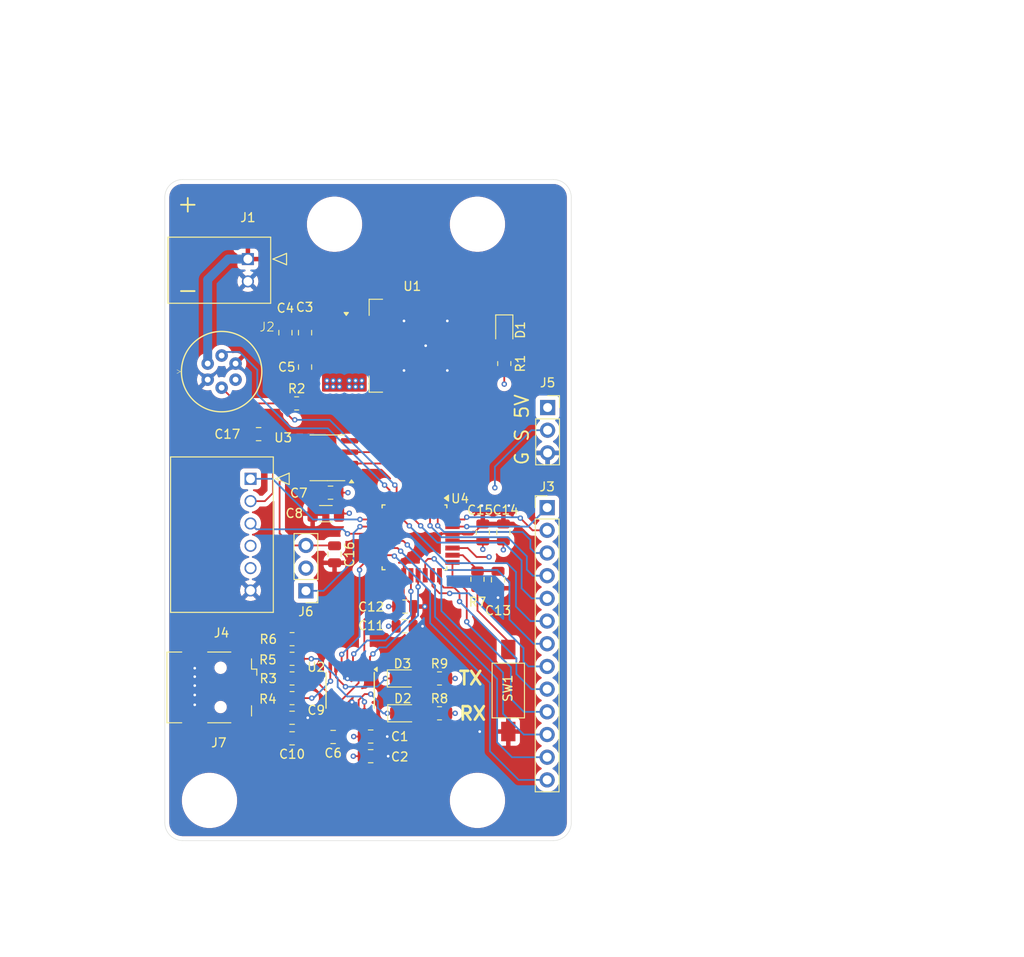
<source format=kicad_pcb>
(kicad_pcb (version 20240108) (generator "pcbnew") (generator_version "8.0")
  (layers (0 "F.Cu" signal) (1 "In1.Cu" signal) (2 "In2.Cu" signal) (31 "B.Cu" signal) (34 "B.Paste" user) (35 "F.Paste" user) (36 "B.SilkS" user "B.Silkscreen") (37 "F.SilkS" user "F.Silkscreen") (38 "B.Mask" user) (39 "F.Mask" user) (44 "Edge.Cuts" user))
  (net 0 "")
  (net 1 "GND")
  (net 2 "+5V")
  (net 3 "+12V")
  (net 4 "Net-(U2-3V3OUT)")
  (net 5 "Net-(U4-~{RESET}{slash}PF6)")
  (net 6 "Net-(D1-A)")
  (net 7 "RECV_1")
  (net 8 "SEND_1")
  (net 9 "PWM_B")
  (net 10 "AN_2")
  (net 11 "PWM_A")
  (net 12 "AN_1")
  (net 13 "Net-(J5-Pin_2)")
  (net 14 "Net-(U2-USBDM)")
  (net 15 "Net-(U2-USBDP)")
  (net 16 "Net-(U2-CBUS0)")
  (net 17 "Net-(R7-Pad1)")
  (net 18 "TXD")
  (net 19 "~{RTS}")
  (net 20 "Net-(D2-A)")
  (net 21 "~{CTS}")
  (net 22 "Net-(D2-K)")
  (net 23 "RXD")
  (net 25 "MOSI")
  (net 26 "~{SS}")
  (net 27 "SCK")
  (net 28 "MISO")
  (net 29 "Net-(J4-Pin_5)")
  (net 30 "SHORT_A")
  (net 31 "Net-(J7-D+)")
  (net 32 "Net-(J7-D-)")
  (net 34 "Net-(J7-VBUS)")
  (net 35 "C10")
  (net 36 "C5")
  (net 37 "C6")
  (net 38 "C13")
  (net 39 "C3")
  (net 40 "C1")
  (net 41 "C7")
  (net 42 "C4")
  (net 43 "C11")
  (net 44 "C2")
  (net 45 "C9")
  (net 46 "C12")
  (net 47 "C8")
  (net 48 "Net-(D3-A)")
  (net 49 "Net-(D3-K)")
  (footprint "LED_SMD:LED_0805_2012Metric" (layer "F.Cu") (at 52 54.3375 -90)
    (property "Reference" "D1")
    (property "Value" "LED")
  )
  (footprint "Capacitor_SMD:C_0805_2012Metric" (layer "F.Cu") (at 37.046 102.05)
    (property "Reference" "C2")
    (property "Value" "4.7u")
  )
  (footprint "Capacitor_SMD:C_1206_3216Metric" (layer "F.Cu") (at 32.025 74.9 180)
    (property "Reference" "C8")
    (property "Value" "10u TANTALUM")
  )
  (footprint "LED_SMD:LED_0805_2012Metric" (layer "F.Cu") (at 40.64 97.245)
    (property "Reference" "D2")
    (property "Value" "RXLED")
  )
  (footprint "Connector_PinHeader_2.54mm:PinHeader_1x13_P2.54mm_Vertical" (layer "F.Cu") (at 56.8 74.225)
    (property "Reference" "J3")
    (property "Value" "Conn_01x13")
  )
  (footprint "Package_TO_SOT_SMD:TO-263-3_TabPin2" (layer "F.Cu") (at 41.7 56.1)
    (property "Reference" "U1")
    (property "Value" "LM340SX-5.0")
  )
  (footprint "Capacitor_SMD:C_0805_2012Metric" (layer "F.Cu") (at 33 79.45 -90)
    (property "Reference" "C16")
    (property "Value" "0.1u")
  )
  (footprint "Library:HR10A-7R-6SB(73)" (layer "F.Cu") (at 20.36 59 90)
    (property "Reference" "J2")
    (property "Value" "HR10A-7R-6SB(73)")
  )
  (footprint "Capacitor_SMD:C_0805_2012Metric" (layer "F.Cu") (at 32.846 99.9 180)
    (property "Reference" "C6")
    (property "Value" "0.1u")
  )
  (footprint "Capacitor_SMD:C_0805_2012Metric" (layer "F.Cu") (at 29.7 58.49 90)
    (property "Reference" "C5")
    (property "Value" "0.1u")
  )
  (footprint "Connector_PinHeader_2.54mm:PinHeader_1x03_P2.54mm_Vertical" (layer "F.Cu") (at 29.796 83.54 180)
    (property "Reference" "J6")
    (property "Value" "Conn_01x03")
  )
  (footprint "MountingHole:MountingHole_3.2mm_M3" (layer "F.Cu") (at 49 42.5)
    (property "Reference" "H1" (hide yes))
    (property "Value" "MountingHole")
  )
  (footprint "Connector_PinSocket_2.54mm:PinSocket_1x03_P2.54mm_Vertical" (layer "F.Cu") (at 56.85 63.02)
    (property "Reference" "J5")
    (property "Value" "Conn_01x03")
  )
  (footprint "MountingHole:MountingHole_3.2mm_M3" (layer "F.Cu") (at 33 42.5)
    (property "Reference" "H2" (hide yes))
    (property "Value" "MountingHole")
  )
  (footprint "Library:CON_534260610_MOL" (layer "F.Cu") (at 23.596 71 -90)
    (property "Reference" "J4")
    (property "Value" "MOLEX")
  )
  (footprint "Resistor_SMD:R_0805_2012Metric" (layer "F.Cu") (at 28.246 91.15)
    (property "Reference" "R5")
    (property "Value" "4.7k")
  )
  (footprint "Resistor_SMD:R_0805_2012Metric" (layer "F.Cu") (at 44.75 93.35 180)
    (property "Reference" "R9")
    (property "Value" "270")
  )
  (footprint "Resistor_SMD:R_0805_2012Metric" (layer "F.Cu") (at 52 58.1 90)
    (property "Reference" "R1")
    (property "Value" "1k")
  )
  (footprint "Library:CON_534260210_MOL" (layer "F.Cu") (at 23.3 46.4 -90)
    (property "Reference" "J1")
    (property "Value" "VIN")
  )
  (footprint "Button_Switch_SMD:SW_SPST_FSMSM" (layer "F.Cu") (at 52.45 94.7 90)
    (property "Reference" "SW1")
    (property "Value" "SW_Push")
  )
  (footprint "Resistor_SMD:R_0805_2012Metric" (layer "F.Cu") (at 28.246 93.35)
    (property "Reference" "R3")
    (property "Value" "27")
  )
  (footprint "Capacitor_SMD:C_0805_2012Metric" (layer "F.Cu") (at 51.3 82.3 -90)
    (property "Reference" "C13")
    (property "Value" "0.1u")
  )
  (footprint "Capacitor_SMD:C_0805_2012Metric" (layer "F.Cu") (at 37.046 99.85)
    (property "Reference" "C1")
    (property "Value" "0.1u")
  )
  (footprint "Capacitor_SMD:C_0805_2012Metric" (layer "F.Cu") (at 29.7 54.64 -90)
    (property "Reference" "C3")
    (property "Value" "4.7u")
  )
  (footprint "Package_SO:SSOP-16_3.9x4.9mm_P0.635mm" (layer "F.Cu") (at 34.746 94.6775 -90)
    (property "Reference" "U2")
    (property "Value" "FT230XS")
  )
  (footprint "Capacitor_SMD:C_0805_2012Metric" (layer "F.Cu") (at 32.55 72.55 180)
    (property "Reference" "C7")
    (property "Value" "0.1u")
  )
  (footprint "Capacitor_SMD:C_0805_2012Metric" (layer "F.Cu") (at 40.9 85.3)
    (property "Reference" "C12")
    (property "Value" "0.1u")
  )
  (footprint "Package_QFP:TQFP-32_7x7mm_P0.8mm" (layer "F.Cu") (at 41.95 77.55 -90)
    (property "Reference" "U4")
    (property "Value" "AVR64DA32x-xPT")
  )
  (footprint "LED_SMD:LED_0805_2012Metric" (layer "F.Cu") (at 40.6 93.35)
    (property "Reference" "D3")
    (property "Value" "TXLED")
  )
  (footprint "Capacitor_SMD:C_0805_2012Metric" (layer "F.Cu") (at 28.246 97.75)
    (property "Reference" "C9")
    (property "Value" "47p")
  )
  (footprint "MountingHole:MountingHole_3.2mm_M3" (layer "F.Cu") (at 19 107)
    (property "Reference" "H4" (hide yes))
    (property "Value" "MountingHole")
  )
  (footprint "Capacitor_SMD:C_0805_2012Metric" (layer "F.Cu") (at 49.6 77 90)
    (property "Reference" "C15")
    (property "Value" "0.1u")
  )
  (footprint "Resistor_SMD:R_0805_2012Metric" (layer "F.Cu") (at 28.76 62.56)
    (property "Reference" "R2")
    (property "Value" "4.7k")
  )
  (footprint "Resistor_SMD:R_0805_2012Metric" (layer "F.Cu") (at 28.246 88.95 180)
    (property "Reference" "R6")
    (property "Value" "10k")
  )
  (footprint "Capacitor_SMD:C_0805_2012Metric" (layer "F.Cu") (at 40.85 87.5)
    (property "Reference" "C11")
    (property "Value" "1u")
  )
  (footprint "Capacitor_SMD:C_0805_2012Metric" (layer "F.Cu") (at 28.246 100.05)
    (property "Reference" "C10")
    (property "Value" "47p")
  )
  (footprint "Capacitor_SMD:C_0805_2012Metric" (layer "F.Cu") (at 24.5 66 180)
    (property "Reference" "C17")
    (property "Value" "0.1u")
  )
  (footprint "Package_SO:SOIC-8_3.9x4.9mm_P1.27mm" (layer "F.Cu") (at 32.2 68.65 180)
    (property "Reference" "U3")
    (property "Value" "MCP4822")
  )
  (footprint "Connector_USB:USB_Mini-B_Wuerth_65100516121_Horizontal" (layer "F.Cu") (at 20.246 94.35 -90)
    (property "Reference" "J7")
    (property "Value" "USB_B_Mini")
  )
  (footprint "Resistor_SMD:R_0805_2012Metric" (layer "F.Cu") (at 28.246 95.55)
    (property "Reference" "R4")
    (property "Value" "27")
  )
  (footprint "MountingHole:MountingHole_3.2mm_M3" (layer "F.Cu") (at 49 107)
    (property "Reference" "H3" (hide yes))
    (property "Value" "MountingHole")
  )
  (footprint "Resistor_SMD:R_0805_2012Metric" (layer "F.Cu") (at 49 82.25 90)
    (property "Reference" "R7")
    (property "Value" "330")
  )
  (footprint "Resistor_SMD:R_0805_2012Metric" (layer "F.Cu") (at 44.75 97.25 180)
    (property "Reference" "R8")
    (property "Value" "270")
  )
  (footprint "Capacitor_SMD:C_0805_2012Metric" (layer "F.Cu") (at 27.5 54.64 -90)
    (property "Reference" "C4")
    (property "Value" "0.22u")
  )
  (footprint "Capacitor_SMD:C_0805_2012Metric" (layer "F.Cu") (at 51.9 77 90)
    (property "Reference" "C14")
    (property "Value" "1u")
  )
  (gr_line (start 16 37.5) (end 57.5 37.5) (stroke (width 0.05)) (layer "Edge.Cuts"))
  (gr_line (start 57.5 111.5) (end 16 111.5) (stroke (width 0.05)) (layer "Edge.Cuts"))
  (gr_arc (start 16 111.5) (mid 14.585786 110.914214) (end 14 109.5) (stroke (width 0.05)) (layer "Edge.Cuts"))
  (gr_line (start 14 109.5) (end 14 39.5) (stroke (width 0.05)) (layer "Edge.Cuts"))
  (gr_arc (start 14 39.5) (mid 14.585786 38.085786) (end 16 37.5) (stroke (width 0.05)) (layer "Edge.Cuts"))
  (gr_line (start 59.5 39.5) (end 59.5 109.5) (stroke (width 0.05)) (layer "Edge.Cuts"))
  (gr_arc (start 59.5 109.5) (mid 58.914214 110.914214) (end 57.5 111.5) (stroke (width 0.05)) (layer "Edge.Cuts"))
  (gr_arc (start 57.5 37.5) (mid 58.914214 38.085786) (end 59.5 39.5) (stroke (width 0.05)) (layer "Edge.Cuts"))
  (gr_text "G S 5V" (at 54.85 69.6 90) (layer "F.SilkS") (effects (font (size 1.5 1.5) (thickness 0.2) (bold yes)) (justify left bottom)))
  (gr_text "+\n\n\n-" (at 15.2 51 0) (layer "F.SilkS") (effects (font (size 2 2) (thickness 0.2)) (justify left bottom)))
  (gr_text "TX" (at 46.75 94.2 0) (layer "F.SilkS") (effects (font (size 1.5 1.5) (thickness 0.3) (bold yes)) (justify left bottom)))
  (gr_text "RX\n" (at 46.8 98.15 0) (layer "F.SilkS") (effects (font (size 1.5 1.5) (thickness 0.3) (bold yes)) (justify left bottom)))
  (segment (start 41.8 87.5) (end 42.85 87.5) (width 0.2) (layer "F.Cu") (net 1))
  (segment (start 41.85 85.3) (end 43.1 85.3) (width 0.2) (layer "F.Cu") (net 1))
  (segment (start 36.346 98.2) (end 36.696 98.55) (width 0.2) (layer "F.Cu") (net 1))
  (segment (start 29.196 97.75) (end 30 97.75) (width 0.2) (layer "F.Cu") (net 1))
  (segment (start 40.75 80.75) (end 44.35 77.15) (width 0.2) (layer "F.Cu") (net 1))
  (segment (start 35.0635 97.2775) (end 35.0635 98.0775) (width 0.2) (layer "F.Cu") (net 1))
  (segment (start 40.75 81.8) (end 40.75 80.75) (width 0.2) (layer "F.Cu") (net 1))
  (segment (start 40.75 81.8) (end 40.75 84.2) (width 0.2) (layer "F.Cu") (net 1))
  (segment (start 52.5 74) (end 51.9 74.6) (width 0.2) (layer "F.Cu") (net 1))
  (segment (start 37.996 99.85) (end 38.9 99.85) (width 0.2) (layer "F.Cu") (net 1))
  (segment (start 34.4285 92.0775) (end 34.4285 89.6785) (width 0.2) (layer "F.Cu") (net 1))
  (segment (start 49.6 76.05) (end 48.5 77.15) (width 0.2) (layer "F.Cu") (net 1))
  (segment (start 49.26 99.29) (end 49.25 99.3) (width 0.2) (layer "F.Cu") (net 1))
  (segment (start 35.0635 96.1325) (end 35.0635 96.1135) (width 0.2) (layer "F.Cu") (net 1))
  (segment (start 35.0635 98.0775) (end 35.186 98.2) (width 0.2) (layer "F.Cu") (net 1))
  (segment (start 44.35 77.15) (end 46.2 77.15) (width 0.2) (layer "F.Cu") (net 1))
  (segment (start 35.0635 96.1135) (end 34.95 96) (width 0.2) (layer "F.Cu") (net 1))
  (segment (start 37.996 102.05) (end 39 102.05) (width 0.2) (layer "F.Cu") (net 1))
  (segment (start 49.6 74.1) (end 49.5 74) (width 0.2) (layer "F.Cu") (net 1))
  (segment (start 34.4285 92.0775) (end 34.4285 93.3285) (width 0.2) (layer "F.Cu") (net 1))
  (segment (start 49.6 76.05) (end 49.6 74.1) (width 0.2) (layer "F.Cu") (net 1))
  (segment (start 35.186 98.2) (end 36.346 98.2) (width 0.2) (layer "F.Cu") (net 1))
  (segment (start 51.9 74.6) (end 51.9 76.05) (width 0.2) (layer "F.Cu") (net 1))
  (segment (start 40.75 84.2) (end 41.85 85.3) (width 0.2) (layer "F.Cu") (net 1))
  (segment (start 35.0635 97.2775) (end 35.0635 96.1325) (width 0.2) (layer "F.Cu") (net 1))
  (segment (start 34.4285 93.3285) (end 34.45 93.35) (width 0.2) (layer "F.Cu") (net 1))
  (segment (start 52.45 99.29) (end 49.26 99.29) (width 0.2) (layer "F.Cu") (net 1))
  (segment (start 35.0635 96.1325) (end 35.0685 96.1275) (width 0.2) (layer "F.Cu") (net 1))
  (segment (start 48.5 77.15) (end 46.2 77.15) (width 0.2) (layer "F.Cu") (net 1))
  (segment (start 51.3 83.25) (end 51.3 84.3) (width 0.2) (layer "F.Cu") (net 1))
  (via (at 40.775 53.325) (size 0.6) (drill 0.3) (layers "F.Cu" "B.Cu") (net 1))
  (via (at 45.625 58.875) (size 0.6) (drill 0.3) (layers "F.Cu" "B.Cu") (net 1))
  (via (at 34.95 96) (size 0.6) (drill 0.3) (layers "F.Cu" "B.Cu") (net 1))
  (via (at 34.45 93.35) (size 0.6) (drill 0.3) (layers "F.Cu" "B.Cu") (net 1))
  (via (at 17.35 94.15) (size 0.6) (drill 0.3) (layers "F.Cu" "B.Cu") (net 1))
  (via (at 49.5 74) (size 0.6) (drill 0.3) (layers "F.Cu" "B.Cu") (net 1))
  (via (at 17.35 95.2) (size 0.6) (drill 0.3) (layers "F.Cu" "B.Cu") (net 1))
  (via (at 51.3 84.3) (size 0.6) (drill 0.3) (layers "F.Cu" "B.Cu") (net 1))
  (via (at 17.35 92.2) (size 0.6) (drill 0.3) (layers "F.Cu" "B.Cu") (net 1))
  (via (at 30 97.75) (size 0.6) (drill 0.3) (layers "F.Cu" "B.Cu") (net 1))
  (via (at 42.85 87.5) (size 0.6) (drill 0.3) (layers "F.Cu" "B.Cu") (net 1))
  (via (at 49.25 99.3) (size 0.6) (drill 0.3) (layers "F.Cu" "B.Cu") (net 1))
  (via (at 39 102.05) (size 0.6) (drill 0.3) (layers "F.Cu" "B.Cu") (net 1))
  (via (at 38.9 99.85) (size 0.6) (drill 0.3) (layers "F.Cu" "B.Cu") (net 1))
  (via (at 17.35 96.3) (size 0.6) (drill 0.3) (layers "F.Cu" "B.Cu") (net 1))
  (via (at 43.2 56.1) (size 0.6) (drill 0.3) (layers "F.Cu" "B.Cu") (net 1))
  (via (at 17.35 93.15) (size 0.6) (drill 0.3) (layers "F.Cu" "B.Cu") (net 1))
  (via (at 40.775 58.875) (size 0.6) (drill 0.3) (layers "F.Cu" "B.Cu") (net 1))
  (via (at 45.625 53.325) (size 0.6) (drill 0.3) (layers "F.Cu" "B.Cu") (net 1))
  (via (at 52.5 74) (size 0.6) (drill 0.3) (layers "F.Cu" "B.Cu") (net 1))
  (via (at 43.1 85.3) (size 0.6) (drill 0.3) (layers "F.Cu" "B.Cu") (net 1))
  (segment (start 31.6 58.79) (end 30.95 59.44) (width 0.8) (layer "F.Cu") (net 2))
  (segment (start 33.5 72.55) (end 34.5 72.55) (width 0.2) (layer "F.Cu") (net 2))
  (segment (start 33.5 74.9) (end 33.5 72.55) (width 0.2) (layer "F.Cu") (net 2))
  (segment (start 51.9 77.95) (end 51.9 78.95) (width 0.2) (layer "F.Cu") (net 2))
  (segment (start 39.9 87.5) (end 39.9 85.35) (width 0.2) (layer "F.Cu") (net 2))
  (segment (start 47.2 77.95) (end 46.2 77.95) (width 0.2) (layer "F.Cu") (net 2))
  (segment (start 46.8 77.95) (end 47.2 77.95) (width 0.2) (layer "F.Cu") (net 2))
  (segment (start 33.5 70.9) (end 33.5 72.55) (width 0.2) (layer "F.Cu") (net 2))
  (segment (start 39.9 85.35) (end 39.95 85.3) (width 0.2) (layer "F.Cu") (net 2))
  (segment (start 36.096 102.05) (end 36.096 99.85) (width 0.2) (layer "F.Cu") (net 2))
  (segment (start 47.2 77.95) (end 49.6 77.95) (width 0.2) (layer "F.Cu") (net 2))
  (segment (start 34.4285 98.0325) (end 34.4285 97.2775) (width 0.2) (layer "F.Cu") (net 2))
  (segment (start 36.096 99) (end 35.696 98.6) (width 0.2) (layer "F.Cu") (net 2))
  (segment (start 39.95 85.3) (end 39.95 81.8) (width 0.2) (layer "F.Cu") (net 2))
  (segment (start 35.1435 99.85) (end 36.096 99.85) (width 0.2) (layer "F.Cu") (net 2))
  (segment (start 49.6 77.95) (end 49.6 78.9) (width 0.2) (layer "F.Cu") (net 2))
  (segment (start 39.9 87.5) (end 39.05 87.5) (width 0.2) (layer "F.Cu") (net 2))
  (segment (start 33.5 74.9) (end 34.6 74.9) (width 0.2) (layer "F.Cu") (net 2))
  (segment (start 49.6 77.95) (end 51.9 77.95) (width 0.2) (layer "F.Cu") (net 2))
  (segment (start 39.05 85.3) (end 39.95 85.3) (width 0.2) (layer "F.Cu") (net 2))
  (segment (start 34.05 74.9) (end 34.1 74.85) (width 0.2) (layer "F.Cu") (net 2))
  (segment (start 33.845 70.555) (end 33.5 70.9) (width 0.2) (layer "F.Cu") (net 2))
  (segment (start 45.6625 93.35) (end 46.5 93.35) (width 0.2) (layer "F.Cu") (net 2))
  (segment (start 30.95 59.44) (end 29.7 59.44) (width 0.8) (layer "F.Cu") (net 2))
  (segment (start 36.096 99.85) (end 36.096 99) (width 0.2) (layer "F.Cu") (net 2))
  (segment (start 52 59.0125) (end 52 60.4) (width 0.2) (layer "F.Cu") (net 2))
  (segment (start 34.1 58.79) (end 31.6 58.79) (width 0.8) (layer "F.Cu") (net 2))
  (segment (start 34.996 98.6) (end 34.4285 98.0325) (width 0.2) (layer "F.Cu") (net 2))
  (segment (start 35.696 98.6) (end 34.996 98.6) (width 0.2) (layer "F.Cu") (net 2))
  (segment (start 36.096 102.05) (end 35.1 102.05) (width 0.2) (layer "F.Cu") (net 2))
  (segment (start 45.6625 97.25) (end 46.5 97.25) (width 0.2) (layer "F.Cu") (net 2))
  (via (at 46.5 93.35) (size 0.6) (drill 0.3) (layers "F.Cu" "B.Cu") (net 2))
  (via (at 39.05 85.3) (size 0.6) (drill 0.3) (layers "F.Cu" "B.Cu") (net 2))
  (via (at 51.9 78.95) (size 0.6) (drill 0.3) (layers "F.Cu" "B.Cu") (net 2))
  (via (at 32.85 60.7) (size 0.6) (drill 0.3) (layers "F.Cu" "B.Cu") (net 2))
  (via (at 32.15 60) (size 0.6) (drill 0.3) (layers "F.Cu" "B.Cu") (net 2))
  (via (at 34.65 74.85) (size 0.6) (drill 0.3) (layers "F.Cu" "B.Cu") (net 2))
  (via (at 49.6 78.9) (size 0.6) (drill 0.3) (layers "F.Cu" "B.Cu") (net 2))
  (via (at 32.85 60) (size 0.6) (drill 0.3) (layers "F.Cu" "B.Cu") (net 2))
  (via (at 34.65 60) (size 0.6) (drill 0.3) (layers "F.Cu" "B.Cu") (net 2))
  (via (at 52 60.4) (size 0.6) (drill 0.3) (layers "F.Cu" "B.Cu") (net 2))
  (via (at 34.65 60.7) (size 0.6) (drill 0.3) (layers "F.Cu" "B.Cu") (net 2))
  (via (at 33.55 60) (size 0.6) (drill 0.3) (layers "F.Cu" "B.Cu") (net 2))
  (via (at 36.05 60) (size 0.6) (drill 0.3) (layers "F.Cu" "B.Cu") (net 2))
  (via (at 36.05 60.7) (size 0.6) (drill 0.3) (layers "F.Cu" "B.Cu") (net 2))
  (via (at 33.55 60.7) (size 0.6) (drill 0.3) (layers "F.Cu" "B.Cu") (net 2))
  (via (at 39.05 87.5) (size 0.6) (drill 0.3) (layers "F.Cu" "B.Cu") (net 2))
  (via (at 35.35 60) (size 0.6) (drill 0.3) (layers "F.Cu" "B.Cu") (net 2))
  (via (at 35.35 60.7) (size 0.6) (drill 0.3) (layers "F.Cu" "B.Cu") (net 2))
  (via (at 32.15 60.7) (size 0.6) (drill 0.3) (layers "F.Cu" "B.Cu") (net 2))
  (via (at 35.1435 99.85) (size 0.6) (drill 0.3) (layers "F.Cu" "B.Cu") (net 2))
  (via (at 46.5 97.25) (size 0.6) (drill 0.3) (layers "F.Cu" "B.Cu") (net 2))
  (via (at 34.5 72.55) (size 0.6) (drill 0.3) (layers "F.Cu" "B.Cu") (net 2))
  (via (at 35.1 102.05) (size 0.6) (drill 0.3) (layers "F.Cu" "B.Cu") (net 2))
  (segment (start 21.1 46.4) (end 23.3 46.4) (width 1) (layer "B.Cu") (net 3))
  (segment (start 18.8 48.7) (end 21.1 46.4) (width 1) (layer "B.Cu") (net 3))
  (segment (start 18.8 58.1) (end 18.8 48.7) (width 1) (layer "B.Cu") (net 3))
  (segment (start 35.6985 92.0775) (end 35.6985 93.8515) (width 0.2) (layer "F.Cu") (net 4))
  (segment (start 33.7935 95.7565) (end 33.7935 97.2775) (width 0.2) (layer "F.Cu") (net 4))
  (segment (start 35.6985 93.8515) (end 33.7935 95.7565) (width 0.2) (layer "F.Cu") (net 4))
  (segment (start 33.796 97.28) (end 33.7935 97.2775) (width 0.2) (layer "F.Cu") (net 4))
  (segment (start 33.796 99.9) (end 33.796 97.28) (width 0.2) (layer "F.Cu") (net 4))
  (segment (start 51.2875 81.3375) (end 51.3 81.35) (width 0.2) (layer "F.Cu") (net 5))
  (segment (start 47.35 79.55) (end 49 81.2) (width 0.2) (layer "F.Cu") (net 5))
  (segment (start 49 81.2) (end 49 81.3375) (width 0.2) (layer "F.Cu") (net 5))
  (segment (start 46.2 79.55) (end 47.35 79.55) (width 0.2) (layer "F.Cu") (net 5))
  (segment (start 49 81.3375) (end 51.2875 81.3375) (width 0.2) (layer "F.Cu") (net 5))
  (segment (start 52 57.1875) (end 52 55.275) (width 0.2) (layer "F.Cu") (net 6))
  (segment (start 27.8525 63.9025) (end 27.8475 63.9025) (width 0.2) (layer "F.Cu") (net 7))
  (segment (start 39.95 73.3) (end 39.95 71.9) (width 0.2) (layer "F.Cu") (net 7))
  (segment (start 27.8475 62.56) (end 22.12 62.56) (width 0.2) (layer "F.Cu") (net 7))
  (segment (start 39.95 71.9) (end 39.75 71.7) (width 0.2) (layer "F.Cu") (net 7))
  (segment (start 22.12 62.56) (end 20.36 60.8) (width 0.2) (layer "F.Cu") (net 7))
  (segment (start 27.8475 63.9025) (end 27.8475 62.56) (width 0.2) (layer "F.Cu") (net 7))
  (segment (start 28.55 64.4) (end 28.35 64.4) (width 0.2) (layer "F.Cu") (net 7))
  (segment (start 28.35 64.4) (end 27.8525 63.9025) (width 0.2) (layer "F.Cu") (net 7))
  (via (at 39.75 71.7) (size 0.6) (drill 0.3) (layers "F.Cu" "B.Cu") (net 7))
  (via (at 28.55 64.4) (size 0.6) (drill 0.3) (layers "F.Cu" "B.Cu") (net 7))
  (segment (start 28.55 64.4) (end 32.45 64.4) (width 0.2) (layer "B.Cu") (net 7))
  (segment (start 32.45 64.4) (end 39.75 71.7) (width 0.2) (layer "B.Cu") (net 7))
  (segment (start 39.15 73.3) (end 39.15 72.25) (width 0.2) (layer "F.Cu") (net 8))
  (segment (start 39.15 72.25) (end 38.6 71.7) (width 0.2) (layer "F.Cu") (net 8))
  (via (at 38.6 71.7) (size 0.6) (drill 0.3) (layers "F.Cu" "B.Cu") (net 8))
  (segment (start 32.25 65.35) (end 28.15 65.35) (width 0.2) (layer "B.Cu") (net 8))
  (segment (start 22.35 56.8) (end 20.76 56.8) (width 0.2) (layer "B.Cu") (net 8))
  (segment (start 24.35 61.55) (end 24.35 58.8) (width 0.2) (layer "B.Cu") (net 8))
  (segment (start 28.15 65.35) (end 24.35 61.55) (width 0.2) (layer "B.Cu") (net 8))
  (segment (start 24.35 58.8) (end 22.35 56.8) (width 0.2) (layer "B.Cu") (net 8))
  (segment (start 20.76 56.8) (end 20.36 57.2) (width 0.2) (layer "B.Cu") (net 8))
  (segment (start 38.6 71.7) (end 32.25 65.35) (width 0.2) (layer "B.Cu") (net 8))
  (segment (start 37.7 76.35) (end 35.85 76.35) (width 0.2) (layer "F.Cu") (net 9))
  (via (at 35.85 76.35) (size 0.6) (drill 0.3) (layers "F.Cu" "B.Cu") (net 9))
  (segment (start 29.796 83.54) (end 31.76 83.54) (width 0.2) (layer "B.Cu") (net 9))
  (segment (start 35.125 80.175) (end 35.125 77.075) (width 0.2) (layer "B.Cu") (net 9))
  (segment (start 31.76 83.54) (end 35.125 80.175) (width 0.2) (layer "B.Cu") (net 9))
  (segment (start 35.125 77.075) (end 35.85 76.35) (width 0.2) (layer "B.Cu") (net 9))
  (segment (start 27.5 68.015) (end 27.385 68.015) (width 0.2) (layer "F.Cu") (net 10))
  (segment (start 27.485 68) (end 26 68) (width 0.2) (layer "F.Cu") (net 10))
  (segment (start 26.1 69.3) (end 26.1 72.6) (width 0.2) (layer "F.Cu") (net 10))
  (segment (start 25.2 73.5) (end 23.596 73.5) (width 0.2) (layer "F.Cu") (net 10))
  (segment (start 26.1 72.6) (end 25.2 73.5) (width 0.2) (layer "F.Cu") (net 10))
  (segment (start 26 68) (end 25.45 67.45) (width 0.2) (layer "F.Cu") (net 10))
  (segment (start 27.5 68.015) (end 27.485 68) (width 0.2) (layer "F.Cu") (net 10))
  (segment (start 25.45 67.45) (end 25.45 66) (width 0.2) (layer "F.Cu") (net 10))
  (segment (start 29.175 68.015) (end 27.5 68.015) (width 0.2) (layer "F.Cu") (net 10))
  (segment (start 27.385 68.015) (end 26.1 69.3) (width 0.2) (layer "F.Cu") (net 10))
  (segment (start 37.7 75.55) (end 35.85 75.55) (width 0.2) (layer "F.Cu") (net 11))
  (via (at 35.85 75.55) (size 0.6) (drill 0.3) (layers "F.Cu" "B.Cu") (net 11))
  (segment (start 26.05 71) (end 23.596 71) (width 0.2) (layer "B.Cu") (net 11))
  (segment (start 30.6 75.55) (end 26.05 71) (width 0.2) (layer "B.Cu") (net 11))
  (segment (start 35.85 75.55) (end 30.6 75.55) (width 0.2) (layer "B.Cu") (net 11))
  (segment (start 32.46 78.46) (end 29.796 78.46) (width 0.2) (layer "F.Cu") (net 12))
  (segment (start 26.85 71.35) (end 26.85 77.1) (width 0.2) (layer "F.Cu") (net 12))
  (segment (start 28.21 78.46) (end 29.796 78.46) (width 0.2) (layer "F.Cu") (net 12))
  (segment (start 26.85 77.1) (end 28.21 78.46) (width 0.2) (layer "F.Cu") (net 12))
  (segment (start 32.5 78.5) (end 32.46 78.46) (width 0.2) (layer "F.Cu") (net 12))
  (segment (start 27.645 70.555) (end 26.85 71.35) (width 0.2) (layer "F.Cu") (net 12))
  (segment (start 29.175 70.555) (end 27.645 70.555) (width 0.2) (layer "F.Cu") (net 12))
  (segment (start 33 78.5) (end 32.5 78.5) (width 0.2) (layer "F.Cu") (net 12))
  (segment (start 48.9 79.75) (end 47.9 78.75) (width 0.2) (layer "F.Cu") (net 13))
  (segment (start 50.3 79.75) (end 48.9 79.75) (width 0.2) (layer "F.Cu") (net 13))
  (segment (start 47.9 78.75) (end 46.2 78.75) (width 0.2) (layer "F.Cu") (net 13))
  (via (at 50.95 72) (size 0.6) (drill 0.3) (layers "F.Cu" "B.Cu") (net 13))
  (via (at 50.3 79.75) (size 0.6) (drill 0.3) (layers "F.Cu" "B.Cu") (net 13))
  (segment (start 50.95 69.65) (end 55.04 65.56) (width 0.2) (layer "B.Cu") (net 13))
  (segment (start 55.04 65.56) (end 56.85 65.56) (width 0.2) (layer "B.Cu") (net 13))
  (segment (start 50.95 72) (end 50.95 69.65) (width 0.2) (layer "B.Cu") (net 13))
  (segment (start 32.5235 95.2235) (end 30.65 93.35) (width 0.2) (layer "F.Cu") (net 14))
  (segment (start 32.5235 97.2775) (end 32.5235 95.2235) (width 0.2) (layer "F.Cu") (net 14))
  (segment (start 30.65 93.35) (end 29.1585 93.35) (width 0.2) (layer "F.Cu") (net 14))
  (segment (start 30.45 95.55) (end 29.1585 95.55) (width 0.2) (layer "F.Cu") (net 15))
  (segment (start 32.5235 93.6235) (end 32.55 93.65) (width 0.2) (layer "F.Cu") (net 15))
  (segment (start 32.5235 92.0775) (end 32.5235 93.6235) (width 0.2) (layer "F.Cu") (net 15))
  (via (at 32.55 93.65) (size 0.6) (drill 0.3) (layers "F.Cu" "B.Cu") (net 15))
  (via (at 30.45 95.55) (size 0.6) (drill 0.3) (layers "F.Cu" "B.Cu") (net 15))
  (segment (start 32.55 93.65) (end 30.65 95.55) (width 0.2) (layer "B.Cu") (net 15))
  (segment (start 30.65 95.55) (end 30.45 95.55) (width 0.2) (layer "B.Cu") (net 15))
  (segment (start 36.346 95.975) (end 36.346 97.265) (width 0.2) (layer "F.Cu") (net 16))
  (segment (start 36.346 97.265) (end 36.3335 97.2775) (width 0.2) (layer "F.Cu") (net 16))
  (segment (start 29.1585 91.15) (end 29.1585 88.95) (width 0.2) (layer "F.Cu") (net 16))
  (segment (start 29.1585 91.15) (end 30.396 91.15) (width 0.2) (layer "F.Cu") (net 16))
  (via (at 30.396 91.15) (size 0.6) (drill 0.3) (layers "F.Cu" "B.Cu") (net 16))
  (via (at 36.346 95.975) (size 0.6) (drill 0.3) (layers "F.Cu" "B.Cu") (net 16))
  (segment (start 31.196 91.15) (end 33.35 93.304) (width 0.2) (layer "B.Cu") (net 16))
  (segment (start 35.9085 95.3625) (end 36.346 95.8) (width 0.2) (layer "B.Cu") (net 16))
  (segment (start 30.396 91.15) (end 31.196 91.15) (width 0.2) (layer "B.Cu") (net 16))
  (segment (start 34.4125 95.3625) (end 35.9085 95.3625) (width 0.2) (layer "B.Cu") (net 16))
  (segment (start 33.35 94.3) (end 34.4125 95.3625) (width 0.2) (layer "B.Cu") (net 16))
  (segment (start 33.35 93.304) (end 33.35 94.3) (width 0.2) (layer "B.Cu") (net 16))
  (segment (start 36.346 95.8) (end 36.346 95.975) (width 0.2) (layer "B.Cu") (net 16))
  (segment (start 52.45 89.2) (end 49 85.75) (width 0.2) (layer "F.Cu") (net 17))
  (segment (start 52.45 90.11) (end 52.45 89.2) (width 0.2) (layer "F.Cu") (net 17))
  (segment (start 49 83.1625) (end 49 85.75) (width 0.2) (layer "F.Cu") (net 17))
  (segment (start 36.9685 90.9315) (end 36.9685 92.0775) (width 0.2) (layer "F.Cu") (net 18))
  (segment (start 37.3 90.6) (end 36.9685 90.9315) (width 0.2) (layer "F.Cu") (net 18))
  (segment (start 42.35 83.1) (end 42.35 81.8) (width 0.2) (layer "F.Cu") (net 18))
  (via (at 37.3 90.6) (size 0.6) (drill 0.3) (layers "F.Cu" "B.Cu") (net 18))
  (via (at 42.35 83.1) (size 0.6) (drill 0.3) (layers "F.Cu" "B.Cu") (net 18))
  (segment (start 38.775 89.875) (end 42.35 86.3) (width 0.2) (layer "B.Cu") (net 18))
  (segment (start 38.025 89.875) (end 38.775 89.875) (width 0.2) (layer "B.Cu") (net 18))
  (segment (start 42.35 86.3) (end 42.35 83.1) (width 0.2) (layer "B.Cu") (net 18))
  (segment (start 37.3 90.6) (end 38.025 89.875) (width 0.2) (layer "B.Cu") (net 18))
  (segment (start 39.15 83.95) (end 36.3335 86.7665) (width 0.2) (layer "F.Cu") (net 19))
  (segment (start 39.15 81.8) (end 39.15 83.95) (width 0.2) (layer "F.Cu") (net 19))
  (segment (start 36.3335 86.7665) (end 36.3335 92.0775) (width 0.2) (layer "F.Cu") (net 19))
  (segment (start 43.8325 97.245) (end 43.8375 97.25) (width 0.2) (layer "F.Cu") (net 20))
  (segment (start 41.5775 97.245) (end 43.8325 97.245) (width 0.2) (layer "F.Cu") (net 20))
  (segment (start 35.8 80.95) (end 36.4 80.35) (width 0.2) (layer "F.Cu") (net 21))
  (segment (start 35.8 81.2) (end 35.8 80.95) (width 0.2) (layer "F.Cu") (net 21))
  (segment (start 33.7935 92.0775) (end 33.7935 90.6565) (width 0.2) (layer "F.Cu") (net 21))
  (segment (start 36.4 80.35) (end 37.7 80.35) (width 0.2) (layer "F.Cu") (net 21))
  (segment (start 33.7935 90.6565) (end 33.8 90.65) (width 0.2) (layer "F.Cu") (net 21))
  (via (at 33.8 90.65) (size 0.6) (drill 0.3) (layers "F.Cu" "B.Cu") (net 21))
  (via (at 35.8 81.2) (size 0.6) (drill 0.3) (layers "F.Cu" "B.Cu") (net 21))
  (segment (start 35.8 88.65) (end 35.8 81.2) (width 0.2) (layer "B.Cu") (net 21))
  (segment (start 33.8 90.65) (end 35.8 88.65) (width 0.2) (layer "B.Cu") (net 21))
  (segment (start 38.9 97.25) (end 39.6975 97.25) (width 0.2) (layer "F.Cu") (net 22))
  (segment (start 39.6975 97.25) (end 39.7025 97.245) (width 0.2) (layer "F.Cu") (net 22))
  (segment (start 36.372471 95.1) (end 37.05 95.1) (width 0.2) (layer "F.Cu") (net 22))
  (segment (start 35.6985 97.2775) (end 35.6985 95.773971) (width 0.2) (layer "F.Cu") (net 22))
  (segment (start 35.6985 95.773971) (end 36.372471 95.1) (width 0.2) (layer "F.Cu") (net 22))
  (via (at 38.9 97.25) (size 0.6) (drill 0.3) (layers "F.Cu" "B.Cu") (net 22))
  (via (at 37.05 95.1) (size 0.6) (drill 0.3) (layers "F.Cu" "B.Cu") (net 22))
  (segment (start 37.05 95.1) (end 37.85 95.9) (width 0.2) (layer "B.Cu") (net 22))
  (segment (start 37.85 95.9) (end 37.85 96.65) (width 0.2) (layer "B.Cu") (net 22))
  (segment (start 37.85 96.65) (end 38.45 97.25) (width 0.2) (layer "B.Cu") (net 22))
  (segment (start 38.45 97.25) (end 38.9 97.25) (width 0.2) (layer "B.Cu") (net 22))
  (segment (start 41.55 81.8) (end 41.55 83.6) (width 0.2) (layer "F.Cu") (net 23))
  (segment (start 35.0635 90.6865) (end 35.15 90.6) (width 0.2) (layer "F.Cu") (net 23))
  (segment (start 35.0635 92.0775) (end 35.0635 90.6865) (width 0.2) (layer "F.Cu") (net 23))
  (via (at 41.55 83.6) (size 0.6) (drill 0.3) (layers "F.Cu" "B.Cu") (net 23))
  (via (at 35.15 90.6) (size 0.6) (drill 0.3) (layers "F.Cu" "B.Cu") (net 23))
  (segment (start 36.65 89.1) (end 35.15 90.6) (width 0.2) (layer "B.Cu") (net 23))
  (segment (start 41.55 86.25) (end 38.7 89.1) (width 0.2) (layer "B.Cu") (net 23))
  (segment (start 38 89.1) (end 38.7 89.1) (width 0.2) (layer "B.Cu") (net 23))
  (segment (start 38 89.1) (end 36.65 89.1) (width 0.2) (layer "B.Cu") (net 23))
  (segment (start 41.55 83.6) (end 41.55 86.25) (width 0.2) (layer "B.Cu") (net 23))
  (segment (start 34.125 66.745) (end 38.445 66.745) (width 0.2) (layer "F.Cu") (net 25))
  (segment (start 43.95 72.25) (end 43.95 73.3) (width 0.2) (layer "F.Cu") (net 25))
  (segment (start 38.445 66.745) (end 43.95 72.25) (width 0.2) (layer "F.Cu") (net 25))
  (segment (start 41.55 72.3) (end 38.535 69.285) (width 0.2) (layer "F.Cu") (net 26))
  (segment (start 41.55 73.3) (end 41.55 72.3) (width 0.2) (layer "F.Cu") (net 26))
  (segment (start 38.535 69.285) (end 34.125 69.285) (width 0.2) (layer "F.Cu") (net 26))
  (segment (start 38.065 68.015) (end 34.125 68.015) (width 0.2) (layer "F.Cu") (net 27))
  (segment (start 42.35 72.3) (end 38.065 68.015) (width 0.2) (layer "F.Cu") (net 27))
  (segment (start 42.35 73.3) (end 42.35 72.3) (width 0.2) (layer "F.Cu") (net 27))
  (segment (start 37.7 77.15) (end 34.45 77.15) (width 0.2) (layer "F.Cu") (net 30))
  (via (at 34.45 77.15) (size 0.6) (drill 0.3) (layers "F.Cu" "B.Cu") (net 30))
  (segment (start 33.95 76.65) (end 24.246 76.65) (width 0.2) (layer "B.Cu") (net 30))
  (segment (start 34.45 77.15) (end 33.95 76.65) (width 0.2) (layer "B.Cu") (net 30))
  (segment (start 24.246 76.65) (end 23.596 76) (width 0.2) (layer "B.Cu") (net 30))
  (segment (start 25.05 94.35) (end 26.25 95.55) (width 0.2) (layer "F.Cu") (net 31))
  (segment (start 26.25 95.55) (end 27.3335 95.55) (width 0.2) (layer "F.Cu") (net 31))
  (segment (start 26.35 99.104) (end 26.35 95.65) (width 0.2) (layer "F.Cu") (net 31))
  (segment (start 22.846 94.35) (end 25.05 94.35) (width 0.2) (layer "F.Cu") (net 31))
  (segment (start 27.296 100.05) (end 26.35 99.104) (width 0.2) (layer "F.Cu") (net 31))
  (segment (start 26.35 95.65) (end 26.25 95.55) (width 0.2) (layer "F.Cu") (net 31))
  (segment (start 22.846 93.55) (end 25.45 93.55) (width 0.2) (layer "F.Cu") (net 32))
  (segment (start 25.65 93.35) (end 27.3335 93.35) (width 0.2) (layer "F.Cu") (net 32))
  (segment (start 28.25 96.796) (end 27.296 97.75) (width 0.2) (layer "F.Cu") (net 32))
  (segment (start 25.45 93.55) (end 25.65 93.35) (width 0.2) (layer "F.Cu") (net 32))
  (segment (start 27.3335 93.35) (end 28.25 94.2665) (width 0.2) (layer "F.Cu") (net 32))
  (segment (start 28.25 94.2665) (end 28.25 96.796) (width 0.2) (layer "F.Cu") (net 32))
  (segment (start 22.846 92.75) (end 24.546 92.75) (width 0.2) (layer "F.Cu") (net 34))
  (segment (start 24.546 92.75) (end 26.146 91.15) (width 0.2) (layer "F.Cu") (net 34))
  (segment (start 26.146 91.15) (end 27.3335 91.15) (width 0.2) (layer "F.Cu") (net 34))
  (segment (start 46.2 81.94) (end 46.2 80.35) (width 0.2) (layer "F.Cu") (net 35))
  (segment (start 47.8 87) (end 47.8 83.54) (width 0.2) (layer "F.Cu") (net 35))
  (segment (start 47.8 83.54) (end 46.2 81.94) (width 0.2) (layer "F.Cu") (net 35))
  (via (at 47.8 87) (size 0.6) (drill 0.3) (layers "F.Cu" "B.Cu") (net 35))
  (segment (start 52.745 92.095) (end 52.745 95.635) (width 0.2) (layer "B.Cu") (net 35))
  (segment (start 54.195 97.085) (end 56.8 97.085) (width 0.2) (layer "B.Cu") (net 35))
  (segment (start 47.8 87.15) (end 52.745 92.095) (width 0.2) (layer "B.Cu") (net 35))
  (segment (start 47.8 87) (end 47.8 87.15) (width 0.2) (layer "B.Cu") (net 35))
  (segment (start 52.745 95.635) (end 54.195 97.085) (width 0.2) (layer "B.Cu") (net 35))
  (segment (start 40.75 74.37) (end 40.75 73.3) (width 0.2) (layer "F.Cu") (net 36))
  (segment (start 42.64 76.26) (end 40.75 74.37) (width 0.2) (layer "F.Cu") (net 36))
  (via (at 42.64 76.26) (size 0.6) (drill 0.3) (layers "F.Cu" "B.Cu") (net 36))
  (segment (start 53.94 83.26) (end 55.065 84.385) (width 0.2) (layer "B.Cu") (net 36))
  (segment (start 55.065 84.385) (end 56.8 84.385) (width 0.2) (layer "B.Cu") (net 36))
  (segment (start 51.938529 78.14) (end 53.94 80.141471) (width 0.2) (layer "B.Cu") (net 36))
  (segment (start 42.64 76.26) (end 42.64 76.27) (width 0.2) (layer "B.Cu") (net 36))
  (segment (start 53.94 80.141471) (end 53.94 83.26) (width 0.2) (layer "B.Cu") (net 36))
  (segment (start 42.64 76.27) (end 44.51 78.14) (width 0.2) (layer "B.Cu") (net 36))
  (segment (start 44.51 78.14) (end 51.938529 78.14) (width 0.2) (layer "B.Cu") (net 36))
  (segment (start 41.38 76.27) (end 39.86 74.75) (width 0.2) (layer "F.Cu") (net 37))
  (segment (start 39.86 74.75) (end 37.7 74.75) (width 0.2) (layer "F.Cu") (net 37))
  (via (at 41.38 76.27) (size 0.6) (drill 0.3) (layers "F.Cu" "B.Cu") (net 37))
  (segment (start 56.8 86.925) (end 54.935 86.925) (width 0.2) (layer "B.Cu") (net 37))
  (segment (start 54.935 86.925) (end 53.31 85.3) (width 0.2) (layer "B.Cu") (net 37))
  (segment (start 53.31 81.43) (end 52.32 80.44) (width 0.2) (layer "B.Cu") (net 37))
  (segment (start 45.55 80.44) (end 41.38 76.27) (width 0.2) (layer "B.Cu") (net 37))
  (segment (start 53.31 85.3) (end 53.31 81.43) (width 0.2) (layer "B.Cu") (net 37))
  (segment (start 52.32 80.44) (end 45.55 80.44) (width 0.2) (layer "B.Cu") (net 37))
  (segment (start 37.7 79.55) (end 39.6 79.55) (width 0.2) (layer "F.Cu") (net 38))
  (segment (start 39.6 79.55) (end 39.7 79.65) (width 0.2) (layer "F.Cu") (net 38))
  (via (at 39.7 79.65) (size 0.6) (drill 0.3) (layers "F.Cu" "B.Cu") (net 38))
  (segment (start 53.605 104.705) (end 56.8 104.705) (width 0.2) (layer "B.Cu") (net 38))
  (segment (start 50.4 93.85) (end 50.4 101.5) (width 0.2) (layer "B.Cu") (net 38))
  (segment (start 43.7 83.601471) (end 43.7 87.15) (width 0.2) (layer "B.Cu") (net 38))
  (segment (start 50.4 101.5) (end 53.605 104.705) (width 0.2) (layer "B.Cu") (net 38))
  (segment (start 39.748529 79.65) (end 43.7 83.601471) (width 0.2) (layer "B.Cu") (net 38))
  (segment (start 43.7 87.15) (end 50.4 93.85) (width 0.2) (layer "B.Cu") (net 38))
  (segment (start 39.7 79.65) (end 39.748529 79.65) (width 0.2) (layer "B.Cu") (net 38))
  (segment (start 44.55 76.25) (end 44.55 74.97) (width 0.2) (layer "F.Cu") (net 39))
  (segment (start 44.55 74.97) (end 44.77 74.75) (width 0.2) (layer "F.Cu") (net 39))
  (segment (start 44.77 74.75) (end 46.2 74.75) (width 0.2) (layer "F.Cu") (net 39))
  (via (at 44.55 76.25) (size 0.6) (drill 0.3) (layers "F.Cu" "B.Cu") (net 39))
  (segment (start 45.25 76.95) (end 44.55 76.25) (width 0.2) (layer "B.Cu") (net 39))
  (segment (start 54.92 77.83) (end 54.04 76.95) (width 0.2) (layer "B.Cu") (net 39))
  (segment (start 56.8 79.305) (end 55.455 79.305) (width 0.2) (layer "B.Cu") (net 39))
  (segment (start 55.455 79.305) (end 54.92 78.77) (width 0.2) (layer "B.Cu") (net 39))
  (segment (start 54.92 78.77) (end 54.92 77.83) (width 0.2) (layer "B.Cu") (net 39))
  (segment (start 54.04 76.95) (end 45.25 76.95) (width 0.2) (layer "B.Cu") (net 39))
  (segment (start 47.8 76.35) (end 46.2 76.35) (width 0.2) (layer "F.Cu") (net 40))
  (via (at 47.8 76.35) (size 0.6) (drill 0.3) (layers "F.Cu" "B.Cu") (net 40))
  (segment (start 54.675 76.35) (end 47.8 76.35) (width 0.2) (layer "B.Cu") (net 40))
  (segment (start 56.8 74.225) (end 54.675 76.35) (width 0.2) (layer "B.Cu") (net 40))
  (segment (start 43.47 79.96) (end 44.15 79.96) (width 0.2) (layer "F.Cu") (net 41))
  (segment (start 43.15 81.8) (end 43.15 80.28) (width 0.2) (layer "F.Cu") (net 41))
  (segment (start 43.15 80.28) (end 43.47 79.96) (width 0.2) (layer "F.Cu") (net 41))
  (via (at 44.15 79.96) (size 0.6) (drill 0.3) (layers "F.Cu" "B.Cu") (net 41))
  (segment (start 45.4 81.21) (end 44.15 79.96) (width 0.2) (layer "B.Cu") (net 41))
  (segment (start 55.285 89.465) (end 52.58 86.76) (width 0.2) (layer "B.Cu") (net 41))
  (segment (start 52.58 82.56) (end 51.23 81.21) (width 0.2) (layer "B.Cu") (net 41))
  (segment (start 56.8 89.465) (end 55.285 89.465) (width 0.2) (layer "B.Cu") (net 41))
  (segment (start 52.58 86.76) (end 52.58 82.56) (width 0.2) (layer "B.Cu") (net 41))
  (segment (start 51.23 81.21) (end 45.4 81.21) (width 0.2) (layer "B.Cu") (net 41))
  (segment (start 44.75 73.3) (end 44.75 74.12) (width 0.2) (layer "F.Cu") (net 42))
  (segment (start 43.69 75.18) (end 44.75 74.12) (width 0.2) (layer "F.Cu") (net 42))
  (segment (start 43.69 75.18) (end 43.69 76.25) (width 0.2) (layer "F.Cu") (net 42))
  (via (at 43.69 76.25) (size 0.6) (drill 0.3) (layers "F.Cu" "B.Cu") (net 42))
  (segment (start 55.205 81.845) (end 56.8 81.845) (width 0.2) (layer "B.Cu") (net 42))
  (segment (start 54.53 79.68) (end 54.53 81.17) (width 0.2) (layer "B.Cu") (net 42))
  (segment (start 43.69 76.25) (end 44.98 77.54) (width 0.2) (layer "B.Cu") (net 42))
  (segment (start 54.53 81.17) (end 55.205 81.845) (width 0.2) (layer "B.Cu") (net 42))
  (segment (start 52.39 77.54) (end 54.53 79.68) (width 0.2) (layer "B.Cu") (net 42))
  (segment (start 44.98 77.54) (end 52.39 77.54) (width 0.2) (layer "B.Cu") (net 42))
  (segment (start 41.15 78.4) (end 40.7 77.95) (width 0.2) (layer "F.Cu") (net 43))
  (segment (start 40.7 77.95) (end 37.7 77.95) (width 0.2) (layer "F.Cu") (net 43))
  (via (at 41.15 78.4) (size 0.6) (drill 0.3) (layers "F.Cu" "B.Cu") (net 43))
  (segment (start 54.185 99.625) (end 56.8 99.625) (width 0.2) (layer "B.Cu") (net 43))
  (segment (start 51.865 97.305) (end 54.185 99.625) (width 0.2) (layer "B.Cu") (net 43))
  (segment (start 41.15 78.4) (end 44.958 82.208) (width 0.2) (layer "B.Cu") (net 43))
  (segment (start 44.958 85.783) (end 51.865 92.69) (width 0.2) (layer "B.Cu") (net 43))
  (segment (start 44.958 82.208) (end 44.958 85.783) (width 0.2) (layer "B.Cu") (net 43))
  (segment (start 51.865 92.69) (end 51.865 97.305) (width 0.2) (layer "B.Cu") (net 43))
  (segment (start 53.8 75.4) (end 55.165 76.765) (width 0.2) (layer "F.Cu") (net 44))
  (segment (start 55.165 76.765) (end 56.8 76.765) (width 0.2) (layer "F.Cu") (net 44))
  (segment (start 46.2 75.55) (end 47.55 75.55) (width 0.2) (layer "F.Cu") (net 44))
  (segment (start 47.55 75.55) (end 47.8 75.3) (width 0.2) (layer "F.Cu") (net 44))
  (via (at 53.8 75.4) (size 0.6) (drill 0.3) (layers "F.Cu" "B.Cu") (net 44))
  (via (at 47.8 75.3) (size 0.6) (drill 0.3) (layers "F.Cu" "B.Cu") (net 44))
  (segment (start 53.7 75.3) (end 53.8 75.4) (width 0.2) (layer "B.Cu") (net 44))
  (segment (start 47.8 75.3) (end 53.7 75.3) (width 0.2) (layer "B.Cu") (net 44))
  (segment (start 46.4 83.18) (end 46.9925 83.7725) (width 0.2) (layer "F.Cu") (net 45))
  (segment (start 46.9925 83.7725) (end 46.9925 84.7375) (width 0.2) (layer "F.Cu") (net 45))
  (segment (start 44.75 81.8) (end 44.75 82.68) (width 0.2) (layer "F.Cu") (net 45))
  (segment (start 44.75 82.68) (end 45.25 83.18) (width 0.2) (layer "F.Cu") (net 45))
  (segment (start 45.25 83.18) (end 46.4 83.18) (width 0.2) (layer "F.Cu") (net 45))
  (via (at 46.9925 84.7375) (size 0.6) (drill 0.3) (layers "F.Cu" "B.Cu") (net 45))
  (segment (start 55.055 94.545) (end 53.3575 92.8475) (width 0.2) (layer "B.Cu") (net 45))
  (segment (start 53.3575 91.1025) (end 46.9925 84.7375) (width 0.2) (layer "B.Cu") (net 45))
  (segment (start 53.3575 92.8475) (end 53.3575 91.1025) (width 0.2) (layer "B.Cu") (net 45))
  (segment (start 56.8 94.545) (end 55.055 94.545) (width 0.2) (layer "B.Cu") (net 45))
  (segment (start 40.05 78.75) (end 37.7 78.75) (width 0.2) (layer "F.Cu") (net 46))
  (segment (start 40.4 79.1) (end 40.05 78.75) (width 0.2) (layer "F.Cu") (net 46))
  (via (at 40.4 79.1) (size 0.6) (drill 0.3) (layers "F.Cu" "B.Cu") (net 46))
  (segment (start 44.25 82.95) (end 44.25 86.45) (width 0.2) (layer "B.Cu") (net 46))
  (segment (start 52.865 102.165) (end 56.8 102.165) (width 0.2) (layer "B.Cu") (net 46))
  (segment (start 51.2 93.4) (end 51.2 100.5) (width 0.2) (layer "B.Cu") (net 46))
  (segment (start 44.25 86.45) (end 51.2 93.4) (width 0.2) (layer "B.Cu") (net 46))
  (segment (start 51.2 100.5) (end 52.865 102.165) (width 0.2) (layer "B.Cu") (net 46))
  (segment (start 40.4 79.1) (end 44.25 82.95) (width 0.2) (layer "B.Cu") (net 46))
  (segment (start 45.87 83.81) (end 45.89 83.83) (width 0.2) (layer "F.Cu") (net 47))
  (segment (start 43.95 83) (end 43.95 81.8) (width 0.2) (layer "F.Cu") (net 47))
  (segment (start 44.76 83.81) (end 45.87 83.81) (width 0.2) (layer "F.Cu") (net 47))
  (segment (start 44.76 83.81) (end 43.95 83) (width 0.2) (layer "F.Cu") (net 47))
  (via (at 45.89 83.83) (size 0.6) (drill 0.3) (layers "F.Cu" "B.Cu") (net 47))
  (segment (start 54.15 91.44) (end 54.715 92.005) (width 0.2) (layer "B.Cu") (net 47))
  (segment (start 45.91 83.81) (end 48.01 83.81) (width 0.2) (layer "B.Cu") (net 47))
  (segment (start 45.89 83.83) (end 45.91 83.81) (width 0.2) (layer "B.Cu") (net 47))
  (segment (start 54.15 89.95) (end 54.15 91.44) (width 0.2) (layer "B.Cu") (net 47))
  (segment (start 54.715 92.005) (end 56.8 92.005) (width 0.2) (layer "B.Cu") (net 47))
  (segment (start 48.01 83.81) (end 54.15 89.95) (width 0.2) (layer "B.Cu") (net 47))
  (segment (start 41.5375 93.35) (end 43.8375 93.35) (width 0.2) (layer "F.Cu") (net 48))
  (segment (start 33.1585 93.2085) (end 34.223735 94.273735) (width 0.2) (layer "F.Cu") (net 49))
  (segment (start 38.7 93.35) (end 39.6625 93.35) (width 0.2) (layer "F.Cu") (net 49))
  (segment (start 33.1585 92.0775) (end 33.1585 93.2085) (width 0.2) (layer "F.Cu") (net 49))
  (via (at 38.7 93.35) (size 0.6) (drill 0.3) (layers "F.Cu" "B.Cu") (net 49))
  (via (at 34.223735 94.273735) (size 0.6) (drill 0.3) (layers "F.Cu" "B.Cu") (net 49))
  (segment (start 37.776265 94.273735) (end 34.223735 94.273735) (width 0.2) (layer "B.Cu") (net 49))
  (segment (start 38.7 93.35) (end 37.776265 94.273735) (width 0.2) (layer "B.Cu") (net 49))
  (zone (net 2) (net_name "+5V") (layer "F.Cu") (priority 3) (connect_pads yes (clearance 0.5)) (min_thickness 0.2) (fill yes (thermal_gap 0.5) (thermal_bridge_width 0.5))
    (polygon (pts (xy 36.6 57.94) (xy 36.6 61.24) (xy 31.6 61.24) (xy 31.6 57.94)))
  )
  (zone (net 3) (net_name "+12V") (layer "F.Cu") (priority 1) (connect_pads (clearance 0.5)) (min_thickness 0.25) (fill yes (thermal_gap 0.5) (thermal_bridge_width 0.5) (smoothing fillet) (radius 0.5))
    (polygon (pts (xy 37.2 54.65) (xy 26 54.74) (xy 26 47.6) (xy 22.1 47.6) (xy 22.1 44.9) (xy 29 44.9) (xy 37.2 51.45)))
  )
  (zone (net 4) (net_name "Net-(U2-3V3OUT)") (layer "F.Cu") (priority 2) (connect_pads yes (clearance 0.5)) (min_thickness 0.2) (fill yes (thermal_gap 0.5) (thermal_bridge_width 0.5))
    (polygon (pts (xy 33.9935 97.8775) (xy 32.9435 97.8775) (xy 32.9435 96.6775) (xy 33.9935 96.6775)))
  )
  (zone (net 1) (net_name "GND") (layer "F.Cu") (connect_pads (clearance 0.5)) (min_thickness 0.2) (fill yes (thermal_gap 0.5) (thermal_bridge_width 0.5) (island_removal_mode 2) (island_area_min 10))
    (polygon (pts (xy 5 17.5) (xy 110.2 17.4) (xy 110.2 117.2) (xy 5 117.3)))
  )
  (zone (net 1) (net_name "GND") (layer "B.Cu") (connect_pads (clearance 0.5)) (min_thickness 0.2) (fill yes (thermal_gap 0.5) (thermal_bridge_width 0.5))
    (polygon (pts (xy -2.8 24.75) (xy 102.4 24.65) (xy 102.4 124.45) (xy -2.8 124.55)))
  )
)
</source>
